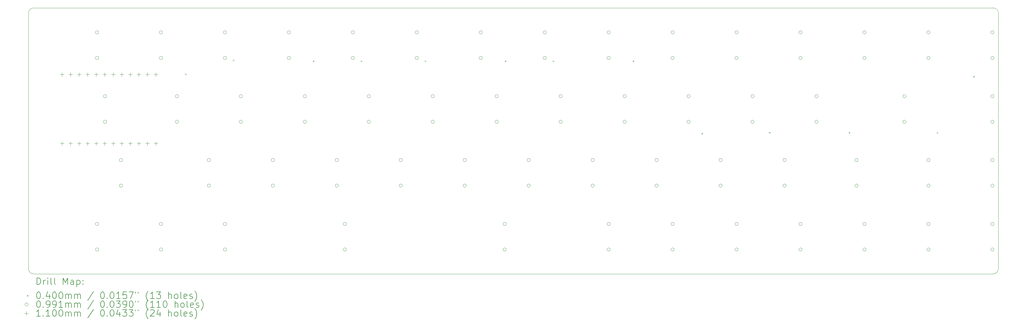
<source format=gbr>
%TF.GenerationSoftware,KiCad,Pcbnew,(6.0.10)*%
%TF.CreationDate,2023-01-15T11:01:49+05:00*%
%TF.ProjectId,key55,6b657935-352e-46b6-9963-61645f706362,rev?*%
%TF.SameCoordinates,Original*%
%TF.FileFunction,Drillmap*%
%TF.FilePolarity,Positive*%
%FSLAX45Y45*%
G04 Gerber Fmt 4.5, Leading zero omitted, Abs format (unit mm)*
G04 Created by KiCad (PCBNEW (6.0.10)) date 2023-01-15 11:01:49*
%MOMM*%
%LPD*%
G01*
G04 APERTURE LIST*
%ADD10C,0.100000*%
%ADD11C,0.200000*%
%ADD12C,0.040000*%
%ADD13C,0.099060*%
%ADD14C,0.110000*%
G04 APERTURE END LIST*
D10*
X1270000Y-1111250D02*
G75*
G03*
X1111250Y-1270000I0J-158750D01*
G01*
X1111250Y-1270000D02*
X1111250Y-8890000D01*
X1270000Y-9048750D02*
X29845000Y-9048750D01*
X29845000Y-1111250D02*
X1270000Y-1111250D01*
X1111250Y-8890000D02*
G75*
G03*
X1270000Y-9048750I158750J0D01*
G01*
X30003750Y-8890000D02*
X30003750Y-1270000D01*
X29845000Y-9048750D02*
G75*
G03*
X30003750Y-8890000I0J158750D01*
G01*
X30003750Y-1270000D02*
G75*
G03*
X29845000Y-1111250I-158750J0D01*
G01*
D11*
D12*
X5780250Y-3069750D02*
X5820250Y-3109750D01*
X5820250Y-3069750D02*
X5780250Y-3109750D01*
X7203125Y-2655950D02*
X7243125Y-2695950D01*
X7243125Y-2655950D02*
X7203125Y-2695950D01*
X9584375Y-2678750D02*
X9624375Y-2718750D01*
X9624375Y-2678750D02*
X9584375Y-2718750D01*
X11013125Y-2678750D02*
X11053125Y-2718750D01*
X11053125Y-2678750D02*
X11013125Y-2718750D01*
X12918125Y-2678750D02*
X12958125Y-2718750D01*
X12958125Y-2678750D02*
X12918125Y-2718750D01*
X15299375Y-2678750D02*
X15339375Y-2718750D01*
X15339375Y-2678750D02*
X15299375Y-2718750D01*
X16728125Y-2678750D02*
X16768125Y-2718750D01*
X16768125Y-2678750D02*
X16728125Y-2718750D01*
X19109375Y-2678750D02*
X19149375Y-2718750D01*
X19149375Y-2678750D02*
X19109375Y-2718750D01*
X21157300Y-4837700D02*
X21197300Y-4877700D01*
X21197300Y-4837700D02*
X21157300Y-4877700D01*
X23168375Y-4811000D02*
X23208375Y-4851000D01*
X23208375Y-4811000D02*
X23168375Y-4851000D01*
X25544625Y-4816000D02*
X25584625Y-4856000D01*
X25584625Y-4816000D02*
X25544625Y-4856000D01*
X28164000Y-4816000D02*
X28204000Y-4856000D01*
X28204000Y-4816000D02*
X28164000Y-4856000D01*
X29251212Y-3136837D02*
X29291212Y-3176837D01*
X29291212Y-3136837D02*
X29251212Y-3176837D01*
D13*
X3204080Y-1841500D02*
G75*
G03*
X3204080Y-1841500I-49530J0D01*
G01*
X3204080Y-2603500D02*
G75*
G03*
X3204080Y-2603500I-49530J0D01*
G01*
X3204080Y-7556500D02*
G75*
G03*
X3204080Y-7556500I-49530J0D01*
G01*
X3204080Y-8318500D02*
G75*
G03*
X3204080Y-8318500I-49530J0D01*
G01*
X3442205Y-3746500D02*
G75*
G03*
X3442205Y-3746500I-49530J0D01*
G01*
X3442205Y-4508500D02*
G75*
G03*
X3442205Y-4508500I-49530J0D01*
G01*
X3918455Y-5651500D02*
G75*
G03*
X3918455Y-5651500I-49530J0D01*
G01*
X3918455Y-6413500D02*
G75*
G03*
X3918455Y-6413500I-49530J0D01*
G01*
X5109080Y-1841500D02*
G75*
G03*
X5109080Y-1841500I-49530J0D01*
G01*
X5109080Y-2603500D02*
G75*
G03*
X5109080Y-2603500I-49530J0D01*
G01*
X5109080Y-7556500D02*
G75*
G03*
X5109080Y-7556500I-49530J0D01*
G01*
X5109080Y-8318500D02*
G75*
G03*
X5109080Y-8318500I-49530J0D01*
G01*
X5585330Y-3746500D02*
G75*
G03*
X5585330Y-3746500I-49530J0D01*
G01*
X5585330Y-4508500D02*
G75*
G03*
X5585330Y-4508500I-49530J0D01*
G01*
X6537830Y-5651500D02*
G75*
G03*
X6537830Y-5651500I-49530J0D01*
G01*
X6537830Y-6413500D02*
G75*
G03*
X6537830Y-6413500I-49530J0D01*
G01*
X7014080Y-1841500D02*
G75*
G03*
X7014080Y-1841500I-49530J0D01*
G01*
X7014080Y-2603500D02*
G75*
G03*
X7014080Y-2603500I-49530J0D01*
G01*
X7014080Y-7556500D02*
G75*
G03*
X7014080Y-7556500I-49530J0D01*
G01*
X7014080Y-8318500D02*
G75*
G03*
X7014080Y-8318500I-49530J0D01*
G01*
X7490330Y-3746500D02*
G75*
G03*
X7490330Y-3746500I-49530J0D01*
G01*
X7490330Y-4508500D02*
G75*
G03*
X7490330Y-4508500I-49530J0D01*
G01*
X8442830Y-5651500D02*
G75*
G03*
X8442830Y-5651500I-49530J0D01*
G01*
X8442830Y-6413500D02*
G75*
G03*
X8442830Y-6413500I-49530J0D01*
G01*
X8919080Y-1841500D02*
G75*
G03*
X8919080Y-1841500I-49530J0D01*
G01*
X8919080Y-2603500D02*
G75*
G03*
X8919080Y-2603500I-49530J0D01*
G01*
X9395330Y-3746500D02*
G75*
G03*
X9395330Y-3746500I-49530J0D01*
G01*
X9395330Y-4508500D02*
G75*
G03*
X9395330Y-4508500I-49530J0D01*
G01*
X10347830Y-5651500D02*
G75*
G03*
X10347830Y-5651500I-49530J0D01*
G01*
X10347830Y-6413500D02*
G75*
G03*
X10347830Y-6413500I-49530J0D01*
G01*
X10585955Y-7556500D02*
G75*
G03*
X10585955Y-7556500I-49530J0D01*
G01*
X10585955Y-8318500D02*
G75*
G03*
X10585955Y-8318500I-49530J0D01*
G01*
X10824080Y-1841500D02*
G75*
G03*
X10824080Y-1841500I-49530J0D01*
G01*
X10824080Y-2603500D02*
G75*
G03*
X10824080Y-2603500I-49530J0D01*
G01*
X11300330Y-3746500D02*
G75*
G03*
X11300330Y-3746500I-49530J0D01*
G01*
X11300330Y-4508500D02*
G75*
G03*
X11300330Y-4508500I-49530J0D01*
G01*
X12252830Y-5651500D02*
G75*
G03*
X12252830Y-5651500I-49530J0D01*
G01*
X12252830Y-6413500D02*
G75*
G03*
X12252830Y-6413500I-49530J0D01*
G01*
X12729080Y-1841500D02*
G75*
G03*
X12729080Y-1841500I-49530J0D01*
G01*
X12729080Y-2603500D02*
G75*
G03*
X12729080Y-2603500I-49530J0D01*
G01*
X13205330Y-3746500D02*
G75*
G03*
X13205330Y-3746500I-49530J0D01*
G01*
X13205330Y-4508500D02*
G75*
G03*
X13205330Y-4508500I-49530J0D01*
G01*
X14157830Y-5651500D02*
G75*
G03*
X14157830Y-5651500I-49530J0D01*
G01*
X14157830Y-6413500D02*
G75*
G03*
X14157830Y-6413500I-49530J0D01*
G01*
X14634080Y-1841500D02*
G75*
G03*
X14634080Y-1841500I-49530J0D01*
G01*
X14634080Y-2603500D02*
G75*
G03*
X14634080Y-2603500I-49530J0D01*
G01*
X15110330Y-3746500D02*
G75*
G03*
X15110330Y-3746500I-49530J0D01*
G01*
X15110330Y-4508500D02*
G75*
G03*
X15110330Y-4508500I-49530J0D01*
G01*
X15348455Y-7556500D02*
G75*
G03*
X15348455Y-7556500I-49530J0D01*
G01*
X15348455Y-8318500D02*
G75*
G03*
X15348455Y-8318500I-49530J0D01*
G01*
X16062830Y-5651500D02*
G75*
G03*
X16062830Y-5651500I-49530J0D01*
G01*
X16062830Y-6413500D02*
G75*
G03*
X16062830Y-6413500I-49530J0D01*
G01*
X16539080Y-1841500D02*
G75*
G03*
X16539080Y-1841500I-49530J0D01*
G01*
X16539080Y-2603500D02*
G75*
G03*
X16539080Y-2603500I-49530J0D01*
G01*
X17015330Y-3746500D02*
G75*
G03*
X17015330Y-3746500I-49530J0D01*
G01*
X17015330Y-4508500D02*
G75*
G03*
X17015330Y-4508500I-49530J0D01*
G01*
X17967830Y-5651500D02*
G75*
G03*
X17967830Y-5651500I-49530J0D01*
G01*
X17967830Y-6413500D02*
G75*
G03*
X17967830Y-6413500I-49530J0D01*
G01*
X18444080Y-1841500D02*
G75*
G03*
X18444080Y-1841500I-49530J0D01*
G01*
X18444080Y-2603500D02*
G75*
G03*
X18444080Y-2603500I-49530J0D01*
G01*
X18444080Y-7556500D02*
G75*
G03*
X18444080Y-7556500I-49530J0D01*
G01*
X18444080Y-8318500D02*
G75*
G03*
X18444080Y-8318500I-49530J0D01*
G01*
X18920330Y-3746500D02*
G75*
G03*
X18920330Y-3746500I-49530J0D01*
G01*
X18920330Y-4508500D02*
G75*
G03*
X18920330Y-4508500I-49530J0D01*
G01*
X19872830Y-5651500D02*
G75*
G03*
X19872830Y-5651500I-49530J0D01*
G01*
X19872830Y-6413500D02*
G75*
G03*
X19872830Y-6413500I-49530J0D01*
G01*
X20349080Y-1841500D02*
G75*
G03*
X20349080Y-1841500I-49530J0D01*
G01*
X20349080Y-2603500D02*
G75*
G03*
X20349080Y-2603500I-49530J0D01*
G01*
X20349080Y-7556500D02*
G75*
G03*
X20349080Y-7556500I-49530J0D01*
G01*
X20349080Y-8318500D02*
G75*
G03*
X20349080Y-8318500I-49530J0D01*
G01*
X20825330Y-3746500D02*
G75*
G03*
X20825330Y-3746500I-49530J0D01*
G01*
X20825330Y-4508500D02*
G75*
G03*
X20825330Y-4508500I-49530J0D01*
G01*
X21777830Y-5651500D02*
G75*
G03*
X21777830Y-5651500I-49530J0D01*
G01*
X21777830Y-6413500D02*
G75*
G03*
X21777830Y-6413500I-49530J0D01*
G01*
X22254080Y-1841500D02*
G75*
G03*
X22254080Y-1841500I-49530J0D01*
G01*
X22254080Y-2603500D02*
G75*
G03*
X22254080Y-2603500I-49530J0D01*
G01*
X22254080Y-7556500D02*
G75*
G03*
X22254080Y-7556500I-49530J0D01*
G01*
X22254080Y-8318500D02*
G75*
G03*
X22254080Y-8318500I-49530J0D01*
G01*
X22730330Y-3746500D02*
G75*
G03*
X22730330Y-3746500I-49530J0D01*
G01*
X22730330Y-4508500D02*
G75*
G03*
X22730330Y-4508500I-49530J0D01*
G01*
X23682830Y-5651500D02*
G75*
G03*
X23682830Y-5651500I-49530J0D01*
G01*
X23682830Y-6413500D02*
G75*
G03*
X23682830Y-6413500I-49530J0D01*
G01*
X24159080Y-1841500D02*
G75*
G03*
X24159080Y-1841500I-49530J0D01*
G01*
X24159080Y-2603500D02*
G75*
G03*
X24159080Y-2603500I-49530J0D01*
G01*
X24159080Y-7556500D02*
G75*
G03*
X24159080Y-7556500I-49530J0D01*
G01*
X24159080Y-8318500D02*
G75*
G03*
X24159080Y-8318500I-49530J0D01*
G01*
X24635330Y-3746500D02*
G75*
G03*
X24635330Y-3746500I-49530J0D01*
G01*
X24635330Y-4508500D02*
G75*
G03*
X24635330Y-4508500I-49530J0D01*
G01*
X25825955Y-5651500D02*
G75*
G03*
X25825955Y-5651500I-49530J0D01*
G01*
X25825955Y-6413500D02*
G75*
G03*
X25825955Y-6413500I-49530J0D01*
G01*
X26064080Y-1841500D02*
G75*
G03*
X26064080Y-1841500I-49530J0D01*
G01*
X26064080Y-2603500D02*
G75*
G03*
X26064080Y-2603500I-49530J0D01*
G01*
X26064080Y-7556500D02*
G75*
G03*
X26064080Y-7556500I-49530J0D01*
G01*
X26064080Y-8318500D02*
G75*
G03*
X26064080Y-8318500I-49530J0D01*
G01*
X27254705Y-3746500D02*
G75*
G03*
X27254705Y-3746500I-49530J0D01*
G01*
X27254705Y-4508500D02*
G75*
G03*
X27254705Y-4508500I-49530J0D01*
G01*
X27969080Y-1841500D02*
G75*
G03*
X27969080Y-1841500I-49530J0D01*
G01*
X27969080Y-2603500D02*
G75*
G03*
X27969080Y-2603500I-49530J0D01*
G01*
X27969080Y-5651500D02*
G75*
G03*
X27969080Y-5651500I-49530J0D01*
G01*
X27969080Y-6413500D02*
G75*
G03*
X27969080Y-6413500I-49530J0D01*
G01*
X27969080Y-7556500D02*
G75*
G03*
X27969080Y-7556500I-49530J0D01*
G01*
X27969080Y-8318500D02*
G75*
G03*
X27969080Y-8318500I-49530J0D01*
G01*
X29874080Y-1841500D02*
G75*
G03*
X29874080Y-1841500I-49530J0D01*
G01*
X29874080Y-2603500D02*
G75*
G03*
X29874080Y-2603500I-49530J0D01*
G01*
X29874080Y-3746500D02*
G75*
G03*
X29874080Y-3746500I-49530J0D01*
G01*
X29874080Y-4508500D02*
G75*
G03*
X29874080Y-4508500I-49530J0D01*
G01*
X29874080Y-5651500D02*
G75*
G03*
X29874080Y-5651500I-49530J0D01*
G01*
X29874080Y-6413500D02*
G75*
G03*
X29874080Y-6413500I-49530J0D01*
G01*
X29874080Y-7556500D02*
G75*
G03*
X29874080Y-7556500I-49530J0D01*
G01*
X29874080Y-8318500D02*
G75*
G03*
X29874080Y-8318500I-49530J0D01*
G01*
D14*
X2113800Y-3043800D02*
X2113800Y-3153800D01*
X2058800Y-3098800D02*
X2168800Y-3098800D01*
X2113800Y-5101200D02*
X2113800Y-5211200D01*
X2058800Y-5156200D02*
X2168800Y-5156200D01*
X2367800Y-3043800D02*
X2367800Y-3153800D01*
X2312800Y-3098800D02*
X2422800Y-3098800D01*
X2367800Y-5101200D02*
X2367800Y-5211200D01*
X2312800Y-5156200D02*
X2422800Y-5156200D01*
X2621800Y-3043800D02*
X2621800Y-3153800D01*
X2566800Y-3098800D02*
X2676800Y-3098800D01*
X2621800Y-5101200D02*
X2621800Y-5211200D01*
X2566800Y-5156200D02*
X2676800Y-5156200D01*
X2875800Y-3043800D02*
X2875800Y-3153800D01*
X2820800Y-3098800D02*
X2930800Y-3098800D01*
X2875800Y-5101200D02*
X2875800Y-5211200D01*
X2820800Y-5156200D02*
X2930800Y-5156200D01*
X3129800Y-3043800D02*
X3129800Y-3153800D01*
X3074800Y-3098800D02*
X3184800Y-3098800D01*
X3129800Y-5101200D02*
X3129800Y-5211200D01*
X3074800Y-5156200D02*
X3184800Y-5156200D01*
X3383800Y-3043800D02*
X3383800Y-3153800D01*
X3328800Y-3098800D02*
X3438800Y-3098800D01*
X3383800Y-5101200D02*
X3383800Y-5211200D01*
X3328800Y-5156200D02*
X3438800Y-5156200D01*
X3637800Y-3043800D02*
X3637800Y-3153800D01*
X3582800Y-3098800D02*
X3692800Y-3098800D01*
X3637800Y-5101200D02*
X3637800Y-5211200D01*
X3582800Y-5156200D02*
X3692800Y-5156200D01*
X3891800Y-3043800D02*
X3891800Y-3153800D01*
X3836800Y-3098800D02*
X3946800Y-3098800D01*
X3891800Y-5101200D02*
X3891800Y-5211200D01*
X3836800Y-5156200D02*
X3946800Y-5156200D01*
X4145800Y-3043800D02*
X4145800Y-3153800D01*
X4090800Y-3098800D02*
X4200800Y-3098800D01*
X4145800Y-5101200D02*
X4145800Y-5211200D01*
X4090800Y-5156200D02*
X4200800Y-5156200D01*
X4399800Y-3043800D02*
X4399800Y-3153800D01*
X4344800Y-3098800D02*
X4454800Y-3098800D01*
X4399800Y-5101200D02*
X4399800Y-5211200D01*
X4344800Y-5156200D02*
X4454800Y-5156200D01*
X4653800Y-3043800D02*
X4653800Y-3153800D01*
X4598800Y-3098800D02*
X4708800Y-3098800D01*
X4653800Y-5101200D02*
X4653800Y-5211200D01*
X4598800Y-5156200D02*
X4708800Y-5156200D01*
X4907800Y-3043800D02*
X4907800Y-3153800D01*
X4852800Y-3098800D02*
X4962800Y-3098800D01*
X4907800Y-5101200D02*
X4907800Y-5211200D01*
X4852800Y-5156200D02*
X4962800Y-5156200D01*
D11*
X1363869Y-9364226D02*
X1363869Y-9164226D01*
X1411488Y-9164226D01*
X1440059Y-9173750D01*
X1459107Y-9192798D01*
X1468631Y-9211845D01*
X1478155Y-9249940D01*
X1478155Y-9278512D01*
X1468631Y-9316607D01*
X1459107Y-9335655D01*
X1440059Y-9354702D01*
X1411488Y-9364226D01*
X1363869Y-9364226D01*
X1563869Y-9364226D02*
X1563869Y-9230893D01*
X1563869Y-9268988D02*
X1573393Y-9249940D01*
X1582917Y-9240417D01*
X1601964Y-9230893D01*
X1621012Y-9230893D01*
X1687678Y-9364226D02*
X1687678Y-9230893D01*
X1687678Y-9164226D02*
X1678155Y-9173750D01*
X1687678Y-9183274D01*
X1697202Y-9173750D01*
X1687678Y-9164226D01*
X1687678Y-9183274D01*
X1811488Y-9364226D02*
X1792440Y-9354702D01*
X1782917Y-9335655D01*
X1782917Y-9164226D01*
X1916250Y-9364226D02*
X1897202Y-9354702D01*
X1887678Y-9335655D01*
X1887678Y-9164226D01*
X2144821Y-9364226D02*
X2144821Y-9164226D01*
X2211488Y-9307083D01*
X2278155Y-9164226D01*
X2278155Y-9364226D01*
X2459107Y-9364226D02*
X2459107Y-9259464D01*
X2449583Y-9240417D01*
X2430536Y-9230893D01*
X2392440Y-9230893D01*
X2373393Y-9240417D01*
X2459107Y-9354702D02*
X2440060Y-9364226D01*
X2392440Y-9364226D01*
X2373393Y-9354702D01*
X2363869Y-9335655D01*
X2363869Y-9316607D01*
X2373393Y-9297560D01*
X2392440Y-9288036D01*
X2440060Y-9288036D01*
X2459107Y-9278512D01*
X2554345Y-9230893D02*
X2554345Y-9430893D01*
X2554345Y-9240417D02*
X2573393Y-9230893D01*
X2611488Y-9230893D01*
X2630536Y-9240417D01*
X2640060Y-9249940D01*
X2649583Y-9268988D01*
X2649583Y-9326131D01*
X2640060Y-9345179D01*
X2630536Y-9354702D01*
X2611488Y-9364226D01*
X2573393Y-9364226D01*
X2554345Y-9354702D01*
X2735298Y-9345179D02*
X2744821Y-9354702D01*
X2735298Y-9364226D01*
X2725774Y-9354702D01*
X2735298Y-9345179D01*
X2735298Y-9364226D01*
X2735298Y-9240417D02*
X2744821Y-9249940D01*
X2735298Y-9259464D01*
X2725774Y-9249940D01*
X2735298Y-9240417D01*
X2735298Y-9259464D01*
D12*
X1066250Y-9673750D02*
X1106250Y-9713750D01*
X1106250Y-9673750D02*
X1066250Y-9713750D01*
D11*
X1401964Y-9584226D02*
X1421012Y-9584226D01*
X1440059Y-9593750D01*
X1449583Y-9603274D01*
X1459107Y-9622321D01*
X1468631Y-9660417D01*
X1468631Y-9708036D01*
X1459107Y-9746131D01*
X1449583Y-9765179D01*
X1440059Y-9774702D01*
X1421012Y-9784226D01*
X1401964Y-9784226D01*
X1382917Y-9774702D01*
X1373393Y-9765179D01*
X1363869Y-9746131D01*
X1354345Y-9708036D01*
X1354345Y-9660417D01*
X1363869Y-9622321D01*
X1373393Y-9603274D01*
X1382917Y-9593750D01*
X1401964Y-9584226D01*
X1554345Y-9765179D02*
X1563869Y-9774702D01*
X1554345Y-9784226D01*
X1544821Y-9774702D01*
X1554345Y-9765179D01*
X1554345Y-9784226D01*
X1735298Y-9650893D02*
X1735298Y-9784226D01*
X1687678Y-9574702D02*
X1640059Y-9717560D01*
X1763869Y-9717560D01*
X1878155Y-9584226D02*
X1897202Y-9584226D01*
X1916250Y-9593750D01*
X1925774Y-9603274D01*
X1935298Y-9622321D01*
X1944821Y-9660417D01*
X1944821Y-9708036D01*
X1935298Y-9746131D01*
X1925774Y-9765179D01*
X1916250Y-9774702D01*
X1897202Y-9784226D01*
X1878155Y-9784226D01*
X1859107Y-9774702D01*
X1849583Y-9765179D01*
X1840059Y-9746131D01*
X1830536Y-9708036D01*
X1830536Y-9660417D01*
X1840059Y-9622321D01*
X1849583Y-9603274D01*
X1859107Y-9593750D01*
X1878155Y-9584226D01*
X2068631Y-9584226D02*
X2087678Y-9584226D01*
X2106726Y-9593750D01*
X2116250Y-9603274D01*
X2125774Y-9622321D01*
X2135298Y-9660417D01*
X2135298Y-9708036D01*
X2125774Y-9746131D01*
X2116250Y-9765179D01*
X2106726Y-9774702D01*
X2087678Y-9784226D01*
X2068631Y-9784226D01*
X2049583Y-9774702D01*
X2040059Y-9765179D01*
X2030536Y-9746131D01*
X2021012Y-9708036D01*
X2021012Y-9660417D01*
X2030536Y-9622321D01*
X2040059Y-9603274D01*
X2049583Y-9593750D01*
X2068631Y-9584226D01*
X2221012Y-9784226D02*
X2221012Y-9650893D01*
X2221012Y-9669940D02*
X2230536Y-9660417D01*
X2249583Y-9650893D01*
X2278155Y-9650893D01*
X2297202Y-9660417D01*
X2306726Y-9679464D01*
X2306726Y-9784226D01*
X2306726Y-9679464D02*
X2316250Y-9660417D01*
X2335298Y-9650893D01*
X2363869Y-9650893D01*
X2382917Y-9660417D01*
X2392440Y-9679464D01*
X2392440Y-9784226D01*
X2487679Y-9784226D02*
X2487679Y-9650893D01*
X2487679Y-9669940D02*
X2497202Y-9660417D01*
X2516250Y-9650893D01*
X2544821Y-9650893D01*
X2563869Y-9660417D01*
X2573393Y-9679464D01*
X2573393Y-9784226D01*
X2573393Y-9679464D02*
X2582917Y-9660417D01*
X2601964Y-9650893D01*
X2630536Y-9650893D01*
X2649583Y-9660417D01*
X2659107Y-9679464D01*
X2659107Y-9784226D01*
X3049583Y-9574702D02*
X2878155Y-9831845D01*
X3306726Y-9584226D02*
X3325774Y-9584226D01*
X3344821Y-9593750D01*
X3354345Y-9603274D01*
X3363869Y-9622321D01*
X3373393Y-9660417D01*
X3373393Y-9708036D01*
X3363869Y-9746131D01*
X3354345Y-9765179D01*
X3344821Y-9774702D01*
X3325774Y-9784226D01*
X3306726Y-9784226D01*
X3287678Y-9774702D01*
X3278155Y-9765179D01*
X3268631Y-9746131D01*
X3259107Y-9708036D01*
X3259107Y-9660417D01*
X3268631Y-9622321D01*
X3278155Y-9603274D01*
X3287678Y-9593750D01*
X3306726Y-9584226D01*
X3459107Y-9765179D02*
X3468631Y-9774702D01*
X3459107Y-9784226D01*
X3449583Y-9774702D01*
X3459107Y-9765179D01*
X3459107Y-9784226D01*
X3592440Y-9584226D02*
X3611488Y-9584226D01*
X3630536Y-9593750D01*
X3640059Y-9603274D01*
X3649583Y-9622321D01*
X3659107Y-9660417D01*
X3659107Y-9708036D01*
X3649583Y-9746131D01*
X3640059Y-9765179D01*
X3630536Y-9774702D01*
X3611488Y-9784226D01*
X3592440Y-9784226D01*
X3573393Y-9774702D01*
X3563869Y-9765179D01*
X3554345Y-9746131D01*
X3544821Y-9708036D01*
X3544821Y-9660417D01*
X3554345Y-9622321D01*
X3563869Y-9603274D01*
X3573393Y-9593750D01*
X3592440Y-9584226D01*
X3849583Y-9784226D02*
X3735298Y-9784226D01*
X3792440Y-9784226D02*
X3792440Y-9584226D01*
X3773393Y-9612798D01*
X3754345Y-9631845D01*
X3735298Y-9641369D01*
X4030536Y-9584226D02*
X3935298Y-9584226D01*
X3925774Y-9679464D01*
X3935298Y-9669940D01*
X3954345Y-9660417D01*
X4001964Y-9660417D01*
X4021012Y-9669940D01*
X4030536Y-9679464D01*
X4040059Y-9698512D01*
X4040059Y-9746131D01*
X4030536Y-9765179D01*
X4021012Y-9774702D01*
X4001964Y-9784226D01*
X3954345Y-9784226D01*
X3935298Y-9774702D01*
X3925774Y-9765179D01*
X4106726Y-9584226D02*
X4240060Y-9584226D01*
X4154345Y-9784226D01*
X4306726Y-9584226D02*
X4306726Y-9622321D01*
X4382917Y-9584226D02*
X4382917Y-9622321D01*
X4678155Y-9860417D02*
X4668631Y-9850893D01*
X4649583Y-9822321D01*
X4640060Y-9803274D01*
X4630536Y-9774702D01*
X4621012Y-9727083D01*
X4621012Y-9688988D01*
X4630536Y-9641369D01*
X4640060Y-9612798D01*
X4649583Y-9593750D01*
X4668631Y-9565179D01*
X4678155Y-9555655D01*
X4859107Y-9784226D02*
X4744821Y-9784226D01*
X4801964Y-9784226D02*
X4801964Y-9584226D01*
X4782917Y-9612798D01*
X4763869Y-9631845D01*
X4744821Y-9641369D01*
X4925774Y-9584226D02*
X5049583Y-9584226D01*
X4982917Y-9660417D01*
X5011488Y-9660417D01*
X5030536Y-9669940D01*
X5040060Y-9679464D01*
X5049583Y-9698512D01*
X5049583Y-9746131D01*
X5040060Y-9765179D01*
X5030536Y-9774702D01*
X5011488Y-9784226D01*
X4954345Y-9784226D01*
X4935298Y-9774702D01*
X4925774Y-9765179D01*
X5287679Y-9784226D02*
X5287679Y-9584226D01*
X5373393Y-9784226D02*
X5373393Y-9679464D01*
X5363869Y-9660417D01*
X5344821Y-9650893D01*
X5316250Y-9650893D01*
X5297202Y-9660417D01*
X5287679Y-9669940D01*
X5497202Y-9784226D02*
X5478155Y-9774702D01*
X5468631Y-9765179D01*
X5459107Y-9746131D01*
X5459107Y-9688988D01*
X5468631Y-9669940D01*
X5478155Y-9660417D01*
X5497202Y-9650893D01*
X5525774Y-9650893D01*
X5544821Y-9660417D01*
X5554345Y-9669940D01*
X5563869Y-9688988D01*
X5563869Y-9746131D01*
X5554345Y-9765179D01*
X5544821Y-9774702D01*
X5525774Y-9784226D01*
X5497202Y-9784226D01*
X5678155Y-9784226D02*
X5659107Y-9774702D01*
X5649583Y-9755655D01*
X5649583Y-9584226D01*
X5830536Y-9774702D02*
X5811488Y-9784226D01*
X5773393Y-9784226D01*
X5754345Y-9774702D01*
X5744821Y-9755655D01*
X5744821Y-9679464D01*
X5754345Y-9660417D01*
X5773393Y-9650893D01*
X5811488Y-9650893D01*
X5830536Y-9660417D01*
X5840059Y-9679464D01*
X5840059Y-9698512D01*
X5744821Y-9717560D01*
X5916250Y-9774702D02*
X5935298Y-9784226D01*
X5973393Y-9784226D01*
X5992440Y-9774702D01*
X6001964Y-9755655D01*
X6001964Y-9746131D01*
X5992440Y-9727083D01*
X5973393Y-9717560D01*
X5944821Y-9717560D01*
X5925774Y-9708036D01*
X5916250Y-9688988D01*
X5916250Y-9679464D01*
X5925774Y-9660417D01*
X5944821Y-9650893D01*
X5973393Y-9650893D01*
X5992440Y-9660417D01*
X6068631Y-9860417D02*
X6078155Y-9850893D01*
X6097202Y-9822321D01*
X6106726Y-9803274D01*
X6116250Y-9774702D01*
X6125774Y-9727083D01*
X6125774Y-9688988D01*
X6116250Y-9641369D01*
X6106726Y-9612798D01*
X6097202Y-9593750D01*
X6078155Y-9565179D01*
X6068631Y-9555655D01*
D13*
X1106250Y-9957750D02*
G75*
G03*
X1106250Y-9957750I-49530J0D01*
G01*
D11*
X1401964Y-9848226D02*
X1421012Y-9848226D01*
X1440059Y-9857750D01*
X1449583Y-9867274D01*
X1459107Y-9886321D01*
X1468631Y-9924417D01*
X1468631Y-9972036D01*
X1459107Y-10010131D01*
X1449583Y-10029179D01*
X1440059Y-10038702D01*
X1421012Y-10048226D01*
X1401964Y-10048226D01*
X1382917Y-10038702D01*
X1373393Y-10029179D01*
X1363869Y-10010131D01*
X1354345Y-9972036D01*
X1354345Y-9924417D01*
X1363869Y-9886321D01*
X1373393Y-9867274D01*
X1382917Y-9857750D01*
X1401964Y-9848226D01*
X1554345Y-10029179D02*
X1563869Y-10038702D01*
X1554345Y-10048226D01*
X1544821Y-10038702D01*
X1554345Y-10029179D01*
X1554345Y-10048226D01*
X1659107Y-10048226D02*
X1697202Y-10048226D01*
X1716250Y-10038702D01*
X1725774Y-10029179D01*
X1744821Y-10000607D01*
X1754345Y-9962512D01*
X1754345Y-9886321D01*
X1744821Y-9867274D01*
X1735298Y-9857750D01*
X1716250Y-9848226D01*
X1678155Y-9848226D01*
X1659107Y-9857750D01*
X1649583Y-9867274D01*
X1640059Y-9886321D01*
X1640059Y-9933940D01*
X1649583Y-9952988D01*
X1659107Y-9962512D01*
X1678155Y-9972036D01*
X1716250Y-9972036D01*
X1735298Y-9962512D01*
X1744821Y-9952988D01*
X1754345Y-9933940D01*
X1849583Y-10048226D02*
X1887678Y-10048226D01*
X1906726Y-10038702D01*
X1916250Y-10029179D01*
X1935298Y-10000607D01*
X1944821Y-9962512D01*
X1944821Y-9886321D01*
X1935298Y-9867274D01*
X1925774Y-9857750D01*
X1906726Y-9848226D01*
X1868631Y-9848226D01*
X1849583Y-9857750D01*
X1840059Y-9867274D01*
X1830536Y-9886321D01*
X1830536Y-9933940D01*
X1840059Y-9952988D01*
X1849583Y-9962512D01*
X1868631Y-9972036D01*
X1906726Y-9972036D01*
X1925774Y-9962512D01*
X1935298Y-9952988D01*
X1944821Y-9933940D01*
X2135298Y-10048226D02*
X2021012Y-10048226D01*
X2078155Y-10048226D02*
X2078155Y-9848226D01*
X2059107Y-9876798D01*
X2040059Y-9895845D01*
X2021012Y-9905369D01*
X2221012Y-10048226D02*
X2221012Y-9914893D01*
X2221012Y-9933940D02*
X2230536Y-9924417D01*
X2249583Y-9914893D01*
X2278155Y-9914893D01*
X2297202Y-9924417D01*
X2306726Y-9943464D01*
X2306726Y-10048226D01*
X2306726Y-9943464D02*
X2316250Y-9924417D01*
X2335298Y-9914893D01*
X2363869Y-9914893D01*
X2382917Y-9924417D01*
X2392440Y-9943464D01*
X2392440Y-10048226D01*
X2487679Y-10048226D02*
X2487679Y-9914893D01*
X2487679Y-9933940D02*
X2497202Y-9924417D01*
X2516250Y-9914893D01*
X2544821Y-9914893D01*
X2563869Y-9924417D01*
X2573393Y-9943464D01*
X2573393Y-10048226D01*
X2573393Y-9943464D02*
X2582917Y-9924417D01*
X2601964Y-9914893D01*
X2630536Y-9914893D01*
X2649583Y-9924417D01*
X2659107Y-9943464D01*
X2659107Y-10048226D01*
X3049583Y-9838702D02*
X2878155Y-10095845D01*
X3306726Y-9848226D02*
X3325774Y-9848226D01*
X3344821Y-9857750D01*
X3354345Y-9867274D01*
X3363869Y-9886321D01*
X3373393Y-9924417D01*
X3373393Y-9972036D01*
X3363869Y-10010131D01*
X3354345Y-10029179D01*
X3344821Y-10038702D01*
X3325774Y-10048226D01*
X3306726Y-10048226D01*
X3287678Y-10038702D01*
X3278155Y-10029179D01*
X3268631Y-10010131D01*
X3259107Y-9972036D01*
X3259107Y-9924417D01*
X3268631Y-9886321D01*
X3278155Y-9867274D01*
X3287678Y-9857750D01*
X3306726Y-9848226D01*
X3459107Y-10029179D02*
X3468631Y-10038702D01*
X3459107Y-10048226D01*
X3449583Y-10038702D01*
X3459107Y-10029179D01*
X3459107Y-10048226D01*
X3592440Y-9848226D02*
X3611488Y-9848226D01*
X3630536Y-9857750D01*
X3640059Y-9867274D01*
X3649583Y-9886321D01*
X3659107Y-9924417D01*
X3659107Y-9972036D01*
X3649583Y-10010131D01*
X3640059Y-10029179D01*
X3630536Y-10038702D01*
X3611488Y-10048226D01*
X3592440Y-10048226D01*
X3573393Y-10038702D01*
X3563869Y-10029179D01*
X3554345Y-10010131D01*
X3544821Y-9972036D01*
X3544821Y-9924417D01*
X3554345Y-9886321D01*
X3563869Y-9867274D01*
X3573393Y-9857750D01*
X3592440Y-9848226D01*
X3725774Y-9848226D02*
X3849583Y-9848226D01*
X3782917Y-9924417D01*
X3811488Y-9924417D01*
X3830536Y-9933940D01*
X3840059Y-9943464D01*
X3849583Y-9962512D01*
X3849583Y-10010131D01*
X3840059Y-10029179D01*
X3830536Y-10038702D01*
X3811488Y-10048226D01*
X3754345Y-10048226D01*
X3735298Y-10038702D01*
X3725774Y-10029179D01*
X3944821Y-10048226D02*
X3982917Y-10048226D01*
X4001964Y-10038702D01*
X4011488Y-10029179D01*
X4030536Y-10000607D01*
X4040059Y-9962512D01*
X4040059Y-9886321D01*
X4030536Y-9867274D01*
X4021012Y-9857750D01*
X4001964Y-9848226D01*
X3963869Y-9848226D01*
X3944821Y-9857750D01*
X3935298Y-9867274D01*
X3925774Y-9886321D01*
X3925774Y-9933940D01*
X3935298Y-9952988D01*
X3944821Y-9962512D01*
X3963869Y-9972036D01*
X4001964Y-9972036D01*
X4021012Y-9962512D01*
X4030536Y-9952988D01*
X4040059Y-9933940D01*
X4163869Y-9848226D02*
X4182917Y-9848226D01*
X4201964Y-9857750D01*
X4211488Y-9867274D01*
X4221012Y-9886321D01*
X4230536Y-9924417D01*
X4230536Y-9972036D01*
X4221012Y-10010131D01*
X4211488Y-10029179D01*
X4201964Y-10038702D01*
X4182917Y-10048226D01*
X4163869Y-10048226D01*
X4144821Y-10038702D01*
X4135298Y-10029179D01*
X4125774Y-10010131D01*
X4116250Y-9972036D01*
X4116250Y-9924417D01*
X4125774Y-9886321D01*
X4135298Y-9867274D01*
X4144821Y-9857750D01*
X4163869Y-9848226D01*
X4306726Y-9848226D02*
X4306726Y-9886321D01*
X4382917Y-9848226D02*
X4382917Y-9886321D01*
X4678155Y-10124417D02*
X4668631Y-10114893D01*
X4649583Y-10086321D01*
X4640060Y-10067274D01*
X4630536Y-10038702D01*
X4621012Y-9991083D01*
X4621012Y-9952988D01*
X4630536Y-9905369D01*
X4640060Y-9876798D01*
X4649583Y-9857750D01*
X4668631Y-9829179D01*
X4678155Y-9819655D01*
X4859107Y-10048226D02*
X4744821Y-10048226D01*
X4801964Y-10048226D02*
X4801964Y-9848226D01*
X4782917Y-9876798D01*
X4763869Y-9895845D01*
X4744821Y-9905369D01*
X5049583Y-10048226D02*
X4935298Y-10048226D01*
X4992440Y-10048226D02*
X4992440Y-9848226D01*
X4973393Y-9876798D01*
X4954345Y-9895845D01*
X4935298Y-9905369D01*
X5173393Y-9848226D02*
X5192440Y-9848226D01*
X5211488Y-9857750D01*
X5221012Y-9867274D01*
X5230536Y-9886321D01*
X5240060Y-9924417D01*
X5240060Y-9972036D01*
X5230536Y-10010131D01*
X5221012Y-10029179D01*
X5211488Y-10038702D01*
X5192440Y-10048226D01*
X5173393Y-10048226D01*
X5154345Y-10038702D01*
X5144821Y-10029179D01*
X5135298Y-10010131D01*
X5125774Y-9972036D01*
X5125774Y-9924417D01*
X5135298Y-9886321D01*
X5144821Y-9867274D01*
X5154345Y-9857750D01*
X5173393Y-9848226D01*
X5478155Y-10048226D02*
X5478155Y-9848226D01*
X5563869Y-10048226D02*
X5563869Y-9943464D01*
X5554345Y-9924417D01*
X5535298Y-9914893D01*
X5506726Y-9914893D01*
X5487679Y-9924417D01*
X5478155Y-9933940D01*
X5687678Y-10048226D02*
X5668631Y-10038702D01*
X5659107Y-10029179D01*
X5649583Y-10010131D01*
X5649583Y-9952988D01*
X5659107Y-9933940D01*
X5668631Y-9924417D01*
X5687678Y-9914893D01*
X5716250Y-9914893D01*
X5735298Y-9924417D01*
X5744821Y-9933940D01*
X5754345Y-9952988D01*
X5754345Y-10010131D01*
X5744821Y-10029179D01*
X5735298Y-10038702D01*
X5716250Y-10048226D01*
X5687678Y-10048226D01*
X5868631Y-10048226D02*
X5849583Y-10038702D01*
X5840059Y-10019655D01*
X5840059Y-9848226D01*
X6021012Y-10038702D02*
X6001964Y-10048226D01*
X5963869Y-10048226D01*
X5944821Y-10038702D01*
X5935298Y-10019655D01*
X5935298Y-9943464D01*
X5944821Y-9924417D01*
X5963869Y-9914893D01*
X6001964Y-9914893D01*
X6021012Y-9924417D01*
X6030536Y-9943464D01*
X6030536Y-9962512D01*
X5935298Y-9981560D01*
X6106726Y-10038702D02*
X6125774Y-10048226D01*
X6163869Y-10048226D01*
X6182917Y-10038702D01*
X6192440Y-10019655D01*
X6192440Y-10010131D01*
X6182917Y-9991083D01*
X6163869Y-9981560D01*
X6135298Y-9981560D01*
X6116250Y-9972036D01*
X6106726Y-9952988D01*
X6106726Y-9943464D01*
X6116250Y-9924417D01*
X6135298Y-9914893D01*
X6163869Y-9914893D01*
X6182917Y-9924417D01*
X6259107Y-10124417D02*
X6268631Y-10114893D01*
X6287678Y-10086321D01*
X6297202Y-10067274D01*
X6306726Y-10038702D01*
X6316250Y-9991083D01*
X6316250Y-9952988D01*
X6306726Y-9905369D01*
X6297202Y-9876798D01*
X6287678Y-9857750D01*
X6268631Y-9829179D01*
X6259107Y-9819655D01*
D14*
X1051250Y-10166750D02*
X1051250Y-10276750D01*
X996250Y-10221750D02*
X1106250Y-10221750D01*
D11*
X1468631Y-10312226D02*
X1354345Y-10312226D01*
X1411488Y-10312226D02*
X1411488Y-10112226D01*
X1392440Y-10140798D01*
X1373393Y-10159845D01*
X1354345Y-10169369D01*
X1554345Y-10293179D02*
X1563869Y-10302702D01*
X1554345Y-10312226D01*
X1544821Y-10302702D01*
X1554345Y-10293179D01*
X1554345Y-10312226D01*
X1754345Y-10312226D02*
X1640059Y-10312226D01*
X1697202Y-10312226D02*
X1697202Y-10112226D01*
X1678155Y-10140798D01*
X1659107Y-10159845D01*
X1640059Y-10169369D01*
X1878155Y-10112226D02*
X1897202Y-10112226D01*
X1916250Y-10121750D01*
X1925774Y-10131274D01*
X1935298Y-10150321D01*
X1944821Y-10188417D01*
X1944821Y-10236036D01*
X1935298Y-10274131D01*
X1925774Y-10293179D01*
X1916250Y-10302702D01*
X1897202Y-10312226D01*
X1878155Y-10312226D01*
X1859107Y-10302702D01*
X1849583Y-10293179D01*
X1840059Y-10274131D01*
X1830536Y-10236036D01*
X1830536Y-10188417D01*
X1840059Y-10150321D01*
X1849583Y-10131274D01*
X1859107Y-10121750D01*
X1878155Y-10112226D01*
X2068631Y-10112226D02*
X2087678Y-10112226D01*
X2106726Y-10121750D01*
X2116250Y-10131274D01*
X2125774Y-10150321D01*
X2135298Y-10188417D01*
X2135298Y-10236036D01*
X2125774Y-10274131D01*
X2116250Y-10293179D01*
X2106726Y-10302702D01*
X2087678Y-10312226D01*
X2068631Y-10312226D01*
X2049583Y-10302702D01*
X2040059Y-10293179D01*
X2030536Y-10274131D01*
X2021012Y-10236036D01*
X2021012Y-10188417D01*
X2030536Y-10150321D01*
X2040059Y-10131274D01*
X2049583Y-10121750D01*
X2068631Y-10112226D01*
X2221012Y-10312226D02*
X2221012Y-10178893D01*
X2221012Y-10197940D02*
X2230536Y-10188417D01*
X2249583Y-10178893D01*
X2278155Y-10178893D01*
X2297202Y-10188417D01*
X2306726Y-10207464D01*
X2306726Y-10312226D01*
X2306726Y-10207464D02*
X2316250Y-10188417D01*
X2335298Y-10178893D01*
X2363869Y-10178893D01*
X2382917Y-10188417D01*
X2392440Y-10207464D01*
X2392440Y-10312226D01*
X2487679Y-10312226D02*
X2487679Y-10178893D01*
X2487679Y-10197940D02*
X2497202Y-10188417D01*
X2516250Y-10178893D01*
X2544821Y-10178893D01*
X2563869Y-10188417D01*
X2573393Y-10207464D01*
X2573393Y-10312226D01*
X2573393Y-10207464D02*
X2582917Y-10188417D01*
X2601964Y-10178893D01*
X2630536Y-10178893D01*
X2649583Y-10188417D01*
X2659107Y-10207464D01*
X2659107Y-10312226D01*
X3049583Y-10102702D02*
X2878155Y-10359845D01*
X3306726Y-10112226D02*
X3325774Y-10112226D01*
X3344821Y-10121750D01*
X3354345Y-10131274D01*
X3363869Y-10150321D01*
X3373393Y-10188417D01*
X3373393Y-10236036D01*
X3363869Y-10274131D01*
X3354345Y-10293179D01*
X3344821Y-10302702D01*
X3325774Y-10312226D01*
X3306726Y-10312226D01*
X3287678Y-10302702D01*
X3278155Y-10293179D01*
X3268631Y-10274131D01*
X3259107Y-10236036D01*
X3259107Y-10188417D01*
X3268631Y-10150321D01*
X3278155Y-10131274D01*
X3287678Y-10121750D01*
X3306726Y-10112226D01*
X3459107Y-10293179D02*
X3468631Y-10302702D01*
X3459107Y-10312226D01*
X3449583Y-10302702D01*
X3459107Y-10293179D01*
X3459107Y-10312226D01*
X3592440Y-10112226D02*
X3611488Y-10112226D01*
X3630536Y-10121750D01*
X3640059Y-10131274D01*
X3649583Y-10150321D01*
X3659107Y-10188417D01*
X3659107Y-10236036D01*
X3649583Y-10274131D01*
X3640059Y-10293179D01*
X3630536Y-10302702D01*
X3611488Y-10312226D01*
X3592440Y-10312226D01*
X3573393Y-10302702D01*
X3563869Y-10293179D01*
X3554345Y-10274131D01*
X3544821Y-10236036D01*
X3544821Y-10188417D01*
X3554345Y-10150321D01*
X3563869Y-10131274D01*
X3573393Y-10121750D01*
X3592440Y-10112226D01*
X3830536Y-10178893D02*
X3830536Y-10312226D01*
X3782917Y-10102702D02*
X3735298Y-10245560D01*
X3859107Y-10245560D01*
X3916250Y-10112226D02*
X4040059Y-10112226D01*
X3973393Y-10188417D01*
X4001964Y-10188417D01*
X4021012Y-10197940D01*
X4030536Y-10207464D01*
X4040059Y-10226512D01*
X4040059Y-10274131D01*
X4030536Y-10293179D01*
X4021012Y-10302702D01*
X4001964Y-10312226D01*
X3944821Y-10312226D01*
X3925774Y-10302702D01*
X3916250Y-10293179D01*
X4106726Y-10112226D02*
X4230536Y-10112226D01*
X4163869Y-10188417D01*
X4192440Y-10188417D01*
X4211488Y-10197940D01*
X4221012Y-10207464D01*
X4230536Y-10226512D01*
X4230536Y-10274131D01*
X4221012Y-10293179D01*
X4211488Y-10302702D01*
X4192440Y-10312226D01*
X4135298Y-10312226D01*
X4116250Y-10302702D01*
X4106726Y-10293179D01*
X4306726Y-10112226D02*
X4306726Y-10150321D01*
X4382917Y-10112226D02*
X4382917Y-10150321D01*
X4678155Y-10388417D02*
X4668631Y-10378893D01*
X4649583Y-10350321D01*
X4640060Y-10331274D01*
X4630536Y-10302702D01*
X4621012Y-10255083D01*
X4621012Y-10216988D01*
X4630536Y-10169369D01*
X4640060Y-10140798D01*
X4649583Y-10121750D01*
X4668631Y-10093179D01*
X4678155Y-10083655D01*
X4744821Y-10131274D02*
X4754345Y-10121750D01*
X4773393Y-10112226D01*
X4821012Y-10112226D01*
X4840060Y-10121750D01*
X4849583Y-10131274D01*
X4859107Y-10150321D01*
X4859107Y-10169369D01*
X4849583Y-10197940D01*
X4735298Y-10312226D01*
X4859107Y-10312226D01*
X5030536Y-10178893D02*
X5030536Y-10312226D01*
X4982917Y-10102702D02*
X4935298Y-10245560D01*
X5059107Y-10245560D01*
X5287679Y-10312226D02*
X5287679Y-10112226D01*
X5373393Y-10312226D02*
X5373393Y-10207464D01*
X5363869Y-10188417D01*
X5344821Y-10178893D01*
X5316250Y-10178893D01*
X5297202Y-10188417D01*
X5287679Y-10197940D01*
X5497202Y-10312226D02*
X5478155Y-10302702D01*
X5468631Y-10293179D01*
X5459107Y-10274131D01*
X5459107Y-10216988D01*
X5468631Y-10197940D01*
X5478155Y-10188417D01*
X5497202Y-10178893D01*
X5525774Y-10178893D01*
X5544821Y-10188417D01*
X5554345Y-10197940D01*
X5563869Y-10216988D01*
X5563869Y-10274131D01*
X5554345Y-10293179D01*
X5544821Y-10302702D01*
X5525774Y-10312226D01*
X5497202Y-10312226D01*
X5678155Y-10312226D02*
X5659107Y-10302702D01*
X5649583Y-10283655D01*
X5649583Y-10112226D01*
X5830536Y-10302702D02*
X5811488Y-10312226D01*
X5773393Y-10312226D01*
X5754345Y-10302702D01*
X5744821Y-10283655D01*
X5744821Y-10207464D01*
X5754345Y-10188417D01*
X5773393Y-10178893D01*
X5811488Y-10178893D01*
X5830536Y-10188417D01*
X5840059Y-10207464D01*
X5840059Y-10226512D01*
X5744821Y-10245560D01*
X5916250Y-10302702D02*
X5935298Y-10312226D01*
X5973393Y-10312226D01*
X5992440Y-10302702D01*
X6001964Y-10283655D01*
X6001964Y-10274131D01*
X5992440Y-10255083D01*
X5973393Y-10245560D01*
X5944821Y-10245560D01*
X5925774Y-10236036D01*
X5916250Y-10216988D01*
X5916250Y-10207464D01*
X5925774Y-10188417D01*
X5944821Y-10178893D01*
X5973393Y-10178893D01*
X5992440Y-10188417D01*
X6068631Y-10388417D02*
X6078155Y-10378893D01*
X6097202Y-10350321D01*
X6106726Y-10331274D01*
X6116250Y-10302702D01*
X6125774Y-10255083D01*
X6125774Y-10216988D01*
X6116250Y-10169369D01*
X6106726Y-10140798D01*
X6097202Y-10121750D01*
X6078155Y-10093179D01*
X6068631Y-10083655D01*
M02*

</source>
